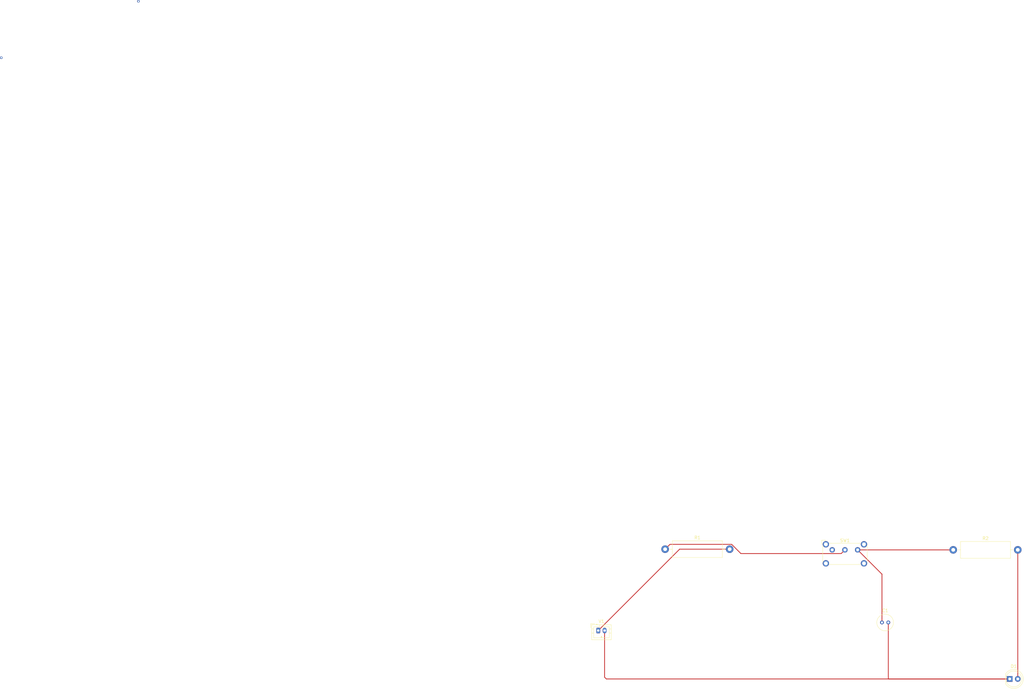
<source format=kicad_pcb>
(kicad_pcb (version 20211014) (generator pcbnew)
  (layers (0 "F.Cu" signal) (31 "B.Cu" signal) (34 "B.Paste" user) (35 "F.Paste" user) (36 "B.SilkS" user "B.Silkscreen") (37 "F.SilkS" user "F.Silkscreen") (38 "B.Mask" user) (39 "F.Mask" user) (44 "Edge.Cuts" user))
  (net 0 "")
  (net 1 "Net-(C1-Pad1)")
  (net 2 "Net-(C1-Pad2)")
  (net 3 "Net-(D1-Pad2)")
  (net 4 "Net-(R1-Pad1)")
  (net 5 "Net-(R1-Pad2)")
  (footprint "Button_Switch_THT:SW_E-Switch_EG1224_SPDT_Angled" (layer "F.Cu") (at 147.32 78.74)
    (fp_text reference "SW1" (at 4 -2.95) (layer "F.SilkS"))
    (fp_text value "SW_SPDT")
    (fp_line (start -3.3 -1.75) (end -3.3 -3.05) (layer "F.SilkS") (width 0.12))
    (fp_line (start -3 3.85) (end -3 -1.35) (layer "F.SilkS") (width 0.12))
    (fp_line (start 8.95 4.6) (end -0.95 4.6) (layer "F.SilkS") (width 0.12))
    (fp_line (start 11 -1.35) (end 11 3.85) (layer "F.SilkS") (width 0.12))
    (fp_line (start -3.3 -3.05) (end -2 -3.05) (layer "F.SilkS") (width 0.12))
    (fp_line (start -0.95 -2.1) (end 8.95 -2.1) (layer "F.SilkS") (width 0.12))
    (pad "" thru_hole circle (at -2 -1.75) (size 2 2) (drill 1.2) (layers *.Cu *.Mask))
    (pad "" thru_hole circle (at 10 4.25) (size 2 2) (drill 1.2) (layers *.Cu *.Mask))
    (pad "" thru_hole circle (at -2 4.25) (size 2 2) (drill 1.2) (layers *.Cu *.Mask))
    (pad "" thru_hole circle (at 10 -1.75) (size 2 2) (drill 1.2) (layers *.Cu *.Mask))
    (pad "1" thru_hole circle (at 0 0) (size 1.7 1.7) (drill 0.9) (layers *.Cu *.Mask))
    (pad "2" thru_hole circle (at 4 0) (size 1.7 1.7) (drill 0.9) (layers *.Cu *.Mask) (net 4 "Net-(R1-Pad1)"))
    (pad "3" thru_hole circle (at 8 0) (size 1.7 1.7) (drill 0.9) (layers *.Cu *.Mask) (net 1 "Net-(C1-Pad1)"))
  )
  (footprint "Connector_JST:JST_PH_B2B-PH-K_1x02_P2.00mm_Vertical" (layer "F.Cu") (at 73.66 104.14)
    (fp_text reference "V1" (at 1 -2.9) (layer "F.SilkS"))
    (fp_text value "9 V")
    (fp_line (start 3.45 2.3) (end 3.45 -1.2) (layer "F.SilkS") (width 0.12))
    (fp_line (start 0.5 -1.81) (end 0.5 -1.2) (layer "F.SilkS") (width 0.12))
    (fp_line (start -2.06 -1.81) (end -2.06 2.91) (layer "F.SilkS") (width 0.12))
    (fp_line (start 1.1 1.8) (end 1.1 2.3) (layer "F.SilkS") (width 0.12))
    (fp_line (start 1 2.3) (end 1 1.8) (layer "F.SilkS") (width 0.12))
    (fp_line (start -0.3 -2.01) (end -0.6 -2.01) (layer "F.SilkS") (width 0.12))
    (fp_line (start 3.45 -1.2) (end 1.5 -1.2) (layer "F.SilkS") (width 0.12))
    (fp_line (start -2.36 -2.11) (end -2.36 -0.86) (layer "F.SilkS") (width 0.12))
    (fp_line (start 0.5 -1.2) (end -1.45 -1.2) (layer "F.SilkS") (width 0.12))
    (fp_line (start -1.45 -1.2) (end -1.45 2.3) (layer "F.SilkS") (width 0.12))
    (fp_line (start 4.06 -1.81) (end -2.06 -1.81) (layer "F.SilkS") (width 0.12))
    (fp_line (start -0.3 -1.81) (end -0.3 -2.01) (layer "F.SilkS") (width 0.12))
    (fp_line (start 1.5 -1.2) (end 1.5 -1.81) (layer "F.SilkS") (width 0.12))
    (fp_line (start -1.11 -2.11) (end -2.36 -2.11) (layer "F.SilkS") (width 0.12))
    (fp_line (start -0.6 -2.01) (end -0.6 -1.81) (layer "F.SilkS") (width 0.12))
    (fp_line (start -2.06 2.91) (end 4.06 2.91) (layer "F.SilkS") (width 0.12))
    (fp_line (start 4.06 2.91) (end 4.06 -1.81) (layer "F.SilkS") (width 0.12))
    (fp_line (start -0.3 -1.91) (end -0.6 -1.91) (layer "F.SilkS") (width 0.12))
    (fp_line (start 4.06 -0.5) (end 3.45 -0.5) (layer "F.SilkS") (width 0.12))
    (fp_line (start -2.06 0.8) (end -1.45 0.8) (layer "F.SilkS") (width 0.12))
    (fp_line (start -2.06 -0.5) (end -1.45 -0.5) (layer "F.SilkS") (width 0.12))
    (fp_line (start 0.9 2.3) (end 0.9 1.8) (layer "F.SilkS") (width 0.12))
    (fp_line (start 0.9 1.8) (end 1.1 1.8) (layer "F.SilkS") (width 0.12))
    (fp_line (start 4.06 0.8) (end 3.45 0.8) (layer "F.SilkS") (width 0.12))
    (fp_line (start -1.45 2.3) (end 3.45 2.3) (layer "F.SilkS") (width 0.12))
    (pad "1" thru_hole roundrect (at 0 0) (size 1.2 1.75) (drill 0.75) (layers *.Cu *.Mask) (roundrect_rratio 0.208333) (net 5 "Net-(R1-Pad2)"))
    (pad "2" thru_hole oval (at 2 0) (size 1.2 1.75) (drill 0.75) (layers *.Cu *.Mask) (net 2 "Net-(C1-Pad2)"))
  )
  (footprint "Capacitor_THT:C_Radial_D5.0mm_H5.0mm_P2.00mm" (layer "F.Cu") (at 162.98 101.6)
    (fp_text reference "C1" (at 1 -3.75) (layer "F.SilkS"))
    (fp_text value "4.7 μF")
    (fp_circle (center 1 0) (end 3.62 0) (layer "F.SilkS") (width 0.12) (fill none))
    (pad "1" thru_hole circle (at 0 0) (size 1.2 1.2) (drill 0.6) (layers *.Cu *.Mask) (net 1 "Net-(C1-Pad1)"))
    (pad "2" thru_hole circle (at 2 0) (size 1.2 1.2) (drill 0.6) (layers *.Cu *.Mask) (net 2 "Net-(C1-Pad2)"))
  )
  (footprint "Resistor_THT:R_Axial_DIN0516_L15.5mm_D5.0mm_P20.32mm_Horizontal" (layer "F.Cu") (at 185.42 78.74)
    (fp_text reference "R2" (at 10.16 -3.62) (layer "F.SilkS"))
    (fp_text value "20 kΩ")
    (fp_line (start 1.44 0) (end 2.29 0) (layer "F.SilkS") (width 0.12))
    (fp_line (start 18.03 -2.62) (end 2.29 -2.62) (layer "F.SilkS") (width 0.12))
    (fp_line (start 2.29 -2.62) (end 2.29 2.62) (layer "F.SilkS") (width 0.12))
    (fp_line (start 18.88 0) (end 18.03 0) (layer "F.SilkS") (width 0.12))
    (fp_line (start 18.03 2.62) (end 18.03 -2.62) (layer "F.SilkS") (width 0.12))
    (fp_line (start 2.29 2.62) (end 18.03 2.62) (layer "F.SilkS") (width 0.12))
    (pad "1" thru_hole circle (at 0 0) (size 2.4 2.4) (drill 1.2) (layers *.Cu *.Mask) (net 1 "Net-(C1-Pad1)"))
    (pad "2" thru_hole oval (at 20.32 0) (size 2.4 2.4) (drill 1.2) (layers *.Cu *.Mask) (net 3 "Net-(D1-Pad2)"))
  )
  (footprint "LED_THT:LED_D5.0mm" (layer "F.Cu") (at 203.2 119.38)
    (fp_text reference "D1" (at 1.27 -3.96) (layer "F.SilkS"))
    (fp_text value "LED")
    (fp_line (start -1.29 -1.545) (end -1.29 1.545) (layer "F.SilkS") (width 0.12))
    (fp_arc (start 4.26 -0.000462) (mid 2.072002 2.880433) (end -1.29 1.54483) (layer "F.SilkS") (width 0.12))
    (fp_arc (start -1.29 -1.54483) (mid 2.072002 -2.880433) (end 4.26 0.000462) (layer "F.SilkS") (width 0.12))
    (fp_circle (center 1.27 0) (end 3.77 0) (layer "F.SilkS") (width 0.12) (fill none))
    (pad "1" thru_hole rect (at 0 0) (size 1.8 1.8) (drill 0.9) (layers *.Cu *.Mask) (net 2 "Net-(C1-Pad2)"))
    (pad "2" thru_hole circle (at 2.54 0) (size 1.8 1.8) (drill 0.9) (layers *.Cu *.Mask) (net 3 "Net-(D1-Pad2)"))
  )
  (footprint "Resistor_THT:R_Axial_DIN0516_L15.5mm_D5.0mm_P20.32mm_Horizontal" (layer "F.Cu") (at 94.71 78.53)
    (fp_text reference "R1" (at 10.16 -3.62) (layer "F.SilkS"))
    (fp_text value "2.2 kΩ")
    (fp_line (start 1.44 0) (end 2.29 0) (layer "F.SilkS") (width 0.12))
    (fp_line (start 18.88 0) (end 18.03 0) (layer "F.SilkS") (width 0.12))
    (fp_line (start 2.29 -2.62) (end 2.29 2.62) (layer "F.SilkS") (width 0.12))
    (fp_line (start 18.03 -2.62) (end 2.29 -2.62) (layer "F.SilkS") (width 0.12))
    (fp_line (start 18.03 2.62) (end 18.03 -2.62) (layer "F.SilkS") (width 0.12))
    (fp_line (start 2.29 2.62) (end 18.03 2.62) (layer "F.SilkS") (width 0.12))
    (pad "1" thru_hole circle (at 0 0) (size 2.4 2.4) (drill 1.2) (layers *.Cu *.Mask) (net 4 "Net-(R1-Pad1)"))
    (pad "2" thru_hole oval (at 20.32 0) (size 2.4 2.4) (drill 1.2) (layers *.Cu *.Mask) (net 5 "Net-(R1-Pad2)"))
  )
  (via (at -114.3 -76.2) (size 0.8) (drill 0.4) (layers "F.Cu" "B.Cu") (net 0))
  (via (at -71.12 -93.98) (size 0.8) (drill 0.4) (layers "F.Cu" "B.Cu") (net 0))
  (segment (start 162.98 101.6) (end 162.98 86.4) (width 0.25) (layer "F.Cu") (net 1))
  (segment (start 162.98 86.4) (end 155.32 78.74) (width 0.25) (layer "F.Cu") (net 1))
  (segment (start 155.32 78.74) (end 185.42 78.74) (width 0.25) (layer "F.Cu") (net 1))
  (segment (start 164.98 119.26) (end 165.1 119.38) (width 0.25) (layer "F.Cu") (net 2))
  (segment (start 75.66 118.84) (end 75.66 104.14) (width 0.25) (layer "F.Cu") (net 2))
  (segment (start 164.98 101.6) (end 164.98 119.26) (width 0.25) (layer "F.Cu") (net 2))
  (segment (start 165.1 119.38) (end 203.2 119.38) (width 0.25) (layer "F.Cu") (net 2))
  (segment (start 203.2 119.38) (end 76.2 119.38) (width 0.25) (layer "F.Cu") (net 2))
  (segment (start 76.2 119.38) (end 75.66 118.84) (width 0.25) (layer "F.Cu") (net 2))
  (segment (start 205.74 78.74) (end 205.74 119.38) (width 0.25) (layer "F.Cu") (net 3))
  (segment (start 94.71 78.53) (end 96.235 77.005) (width 0.25) (layer "F.Cu") (net 4))
  (segment (start 118.571676 79.915) (end 150.145 79.915) (width 0.25) (layer "F.Cu") (net 4))
  (segment (start 96.235 77.005) (end 115.661676 77.005) (width 0.25) (layer "F.Cu") (net 4))
  (segment (start 115.661676 77.005) (end 118.571676 79.915) (width 0.25) (layer "F.Cu") (net 4))
  (segment (start 150.145 79.915) (end 151.32 78.74) (width 0.25) (layer "F.Cu") (net 4))
  (segment (start 73.66 104.14) (end 99.27 78.53) (width 0.25) (layer "F.Cu") (net 5))
  (segment (start 99.27 78.53) (end 115.03 78.53) (width 0.25) (layer "F.Cu") (net 5))
)
</source>
